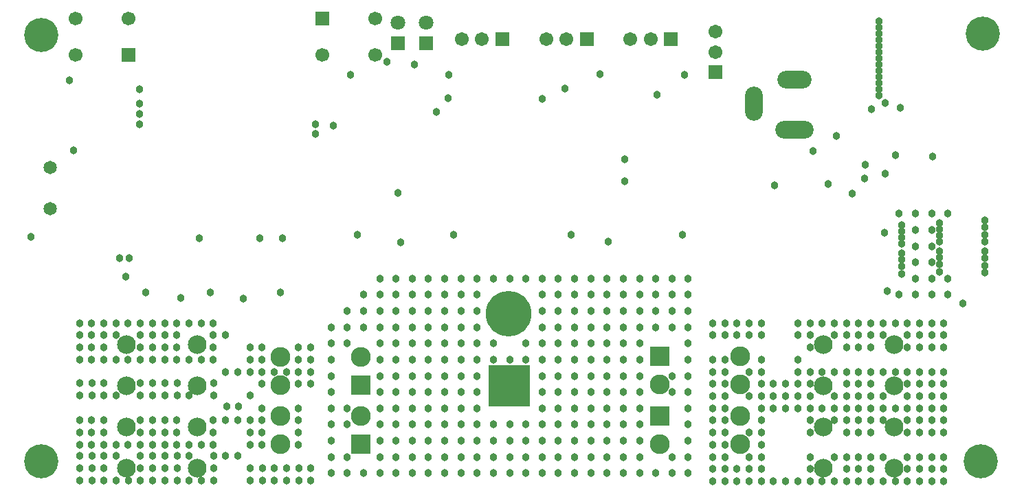
<source format=gbs>
G04*
G04 #@! TF.GenerationSoftware,Altium Limited,Altium Designer,25.8.1 (18)*
G04*
G04 Layer_Color=16711935*
%FSLAX25Y25*%
%MOIN*%
G70*
G04*
G04 #@! TF.SameCoordinates,84D38476-EC8B-4E85-A8E5-E5852804B053*
G04*
G04*
G04 #@! TF.FilePolarity,Negative*
G04*
G01*
G75*
%ADD86C,0.09068*%
%ADD87R,0.06737X0.06737*%
%ADD88C,0.06698*%
%ADD89R,0.06698X0.06698*%
%ADD90C,0.22123*%
%ADD91R,0.06737X0.06737*%
%ADD92O,0.16548X0.08674*%
%ADD93O,0.08674X0.16548*%
%ADD94C,0.09646*%
%ADD95R,0.09646X0.09646*%
%ADD96R,0.07119X0.07119*%
%ADD97O,0.18517X0.08674*%
%ADD98R,0.20154X0.20154*%
%ADD99C,0.07119*%
%ADD100C,0.06737*%
%ADD101C,0.06509*%
%ADD102C,0.03800*%
%ADD103C,0.16548*%
D86*
X426205Y49382D02*
D03*
X391953D02*
D03*
X426205Y9382D02*
D03*
X391953D02*
D03*
Y29382D02*
D03*
X426205D02*
D03*
Y69382D02*
D03*
X391953D02*
D03*
X88205Y9382D02*
D03*
Y49382D02*
D03*
X53953D02*
D03*
Y9382D02*
D03*
X88205Y29382D02*
D03*
X53953D02*
D03*
X88205Y69382D02*
D03*
X53953D02*
D03*
D87*
X277205Y217882D02*
D03*
X236205D02*
D03*
X318048Y217815D02*
D03*
D88*
X29410Y227741D02*
D03*
X55000D02*
D03*
X174500D02*
D03*
X29410Y210024D02*
D03*
X174500D02*
D03*
X148910D02*
D03*
D89*
Y227741D02*
D03*
X55000Y210024D02*
D03*
D90*
X239205Y84382D02*
D03*
D91*
X339662Y201571D02*
D03*
D92*
X377890Y198193D02*
D03*
D93*
X358205Y186382D02*
D03*
D94*
X351733Y63575D02*
D03*
Y50190D02*
D03*
X128650Y49882D02*
D03*
Y63268D02*
D03*
X128677Y34575D02*
D03*
Y21190D02*
D03*
X167733Y34575D02*
D03*
X312678Y50190D02*
D03*
X167705Y63268D02*
D03*
X312678Y21190D02*
D03*
X351733D02*
D03*
Y34575D02*
D03*
D95*
X167733Y21190D02*
D03*
X312678Y63575D02*
D03*
X167705Y49882D02*
D03*
X312678Y34575D02*
D03*
D96*
X185705Y215882D02*
D03*
X199205D02*
D03*
D97*
X377890Y173784D02*
D03*
D98*
X239705Y49382D02*
D03*
D99*
X199205Y225882D02*
D03*
X185705D02*
D03*
D100*
X257520Y217882D02*
D03*
X267363D02*
D03*
X339662Y221256D02*
D03*
Y211414D02*
D03*
X216520Y217882D02*
D03*
X226363D02*
D03*
X308205Y217815D02*
D03*
X298363D02*
D03*
D101*
X17020Y135540D02*
D03*
Y155225D02*
D03*
D102*
X450418Y79808D02*
D03*
Y73902D02*
D03*
Y67997D02*
D03*
Y38469D02*
D03*
Y32563D02*
D03*
Y26658D02*
D03*
X444512Y79808D02*
D03*
Y73902D02*
D03*
Y67997D02*
D03*
Y38469D02*
D03*
Y32563D02*
D03*
Y26658D02*
D03*
X438607Y79808D02*
D03*
Y73902D02*
D03*
Y67997D02*
D03*
Y38469D02*
D03*
Y32563D02*
D03*
Y26658D02*
D03*
X432701Y79808D02*
D03*
Y73902D02*
D03*
Y67997D02*
D03*
Y38469D02*
D03*
Y32563D02*
D03*
Y26658D02*
D03*
X426795Y79808D02*
D03*
Y38469D02*
D03*
X420890Y79808D02*
D03*
Y73902D02*
D03*
Y38469D02*
D03*
Y32563D02*
D03*
X414985Y79808D02*
D03*
Y73902D02*
D03*
Y67997D02*
D03*
Y38469D02*
D03*
Y32563D02*
D03*
Y26658D02*
D03*
X409079Y79808D02*
D03*
Y73902D02*
D03*
Y67997D02*
D03*
Y38469D02*
D03*
Y32563D02*
D03*
Y26658D02*
D03*
X403173Y79808D02*
D03*
Y73902D02*
D03*
Y67997D02*
D03*
Y38469D02*
D03*
Y32563D02*
D03*
Y26658D02*
D03*
X397268Y79808D02*
D03*
Y73902D02*
D03*
Y38469D02*
D03*
Y32563D02*
D03*
X391362Y79808D02*
D03*
Y38469D02*
D03*
X385457Y79808D02*
D03*
Y73902D02*
D03*
Y67997D02*
D03*
Y38469D02*
D03*
Y32563D02*
D03*
Y26658D02*
D03*
X379551Y79808D02*
D03*
Y73902D02*
D03*
Y38469D02*
D03*
X373646D02*
D03*
X367740D02*
D03*
X361835Y79808D02*
D03*
Y73902D02*
D03*
X355929Y79808D02*
D03*
Y73902D02*
D03*
X350024Y79808D02*
D03*
Y73902D02*
D03*
X344118Y79808D02*
D03*
Y73902D02*
D03*
X338213Y79808D02*
D03*
Y73902D02*
D03*
X450418Y56185D02*
D03*
Y50280D02*
D03*
Y44374D02*
D03*
X444512Y56185D02*
D03*
Y50280D02*
D03*
Y44374D02*
D03*
X438607Y56185D02*
D03*
Y50280D02*
D03*
Y44374D02*
D03*
X432701Y56185D02*
D03*
Y50280D02*
D03*
Y44374D02*
D03*
X426795Y56185D02*
D03*
X420890D02*
D03*
Y44374D02*
D03*
X414985Y56185D02*
D03*
Y50280D02*
D03*
Y44374D02*
D03*
X409079Y56185D02*
D03*
Y50280D02*
D03*
Y44374D02*
D03*
X403173Y56185D02*
D03*
Y50280D02*
D03*
Y44374D02*
D03*
X397268Y56185D02*
D03*
Y44374D02*
D03*
X391362Y56185D02*
D03*
X385457D02*
D03*
Y50280D02*
D03*
Y44374D02*
D03*
X379551Y62091D02*
D03*
Y56185D02*
D03*
Y50280D02*
D03*
Y44374D02*
D03*
X373646Y50280D02*
D03*
Y44374D02*
D03*
X367740Y50280D02*
D03*
Y44374D02*
D03*
X361835Y62091D02*
D03*
Y56185D02*
D03*
Y50280D02*
D03*
Y44374D02*
D03*
X355929Y56185D02*
D03*
Y44374D02*
D03*
X344118Y62091D02*
D03*
Y56185D02*
D03*
Y50280D02*
D03*
Y44374D02*
D03*
X338213Y62091D02*
D03*
Y56185D02*
D03*
Y50280D02*
D03*
Y44374D02*
D03*
X108405Y39500D02*
D03*
X102500D02*
D03*
X107970Y15218D02*
D03*
X102065D02*
D03*
X143403Y9313D02*
D03*
Y3407D02*
D03*
X137498Y9313D02*
D03*
Y3407D02*
D03*
X131592Y9313D02*
D03*
Y3407D02*
D03*
X125687Y9313D02*
D03*
Y3407D02*
D03*
X119781Y9313D02*
D03*
Y3407D02*
D03*
X113876Y44745D02*
D03*
Y9313D02*
D03*
Y3407D02*
D03*
X96159Y50651D02*
D03*
Y44745D02*
D03*
Y15218D02*
D03*
Y9313D02*
D03*
Y3407D02*
D03*
X90254D02*
D03*
X84348Y44745D02*
D03*
Y15218D02*
D03*
Y3407D02*
D03*
X78443Y50651D02*
D03*
Y44745D02*
D03*
Y15218D02*
D03*
Y9313D02*
D03*
Y3407D02*
D03*
X72537Y50651D02*
D03*
Y44745D02*
D03*
Y15218D02*
D03*
Y9313D02*
D03*
Y3407D02*
D03*
X66632Y50651D02*
D03*
Y44745D02*
D03*
Y15218D02*
D03*
Y9313D02*
D03*
Y3407D02*
D03*
X60726Y50651D02*
D03*
Y44745D02*
D03*
Y15218D02*
D03*
Y9313D02*
D03*
Y3407D02*
D03*
X54821D02*
D03*
X48915Y44745D02*
D03*
Y15218D02*
D03*
Y3407D02*
D03*
X43009Y50651D02*
D03*
Y44745D02*
D03*
Y15218D02*
D03*
Y9313D02*
D03*
Y3407D02*
D03*
X37104Y50651D02*
D03*
Y44745D02*
D03*
Y15218D02*
D03*
Y9313D02*
D03*
Y3407D02*
D03*
X31198Y50651D02*
D03*
Y44745D02*
D03*
Y15218D02*
D03*
Y9313D02*
D03*
Y3407D02*
D03*
X326402Y101461D02*
D03*
Y93587D02*
D03*
Y85713D02*
D03*
Y77839D02*
D03*
X318528Y101461D02*
D03*
Y93587D02*
D03*
Y85713D02*
D03*
Y77839D02*
D03*
X310654Y101461D02*
D03*
Y93587D02*
D03*
Y85713D02*
D03*
Y77839D02*
D03*
X302780Y101461D02*
D03*
Y93587D02*
D03*
Y85713D02*
D03*
Y77839D02*
D03*
X294906Y101461D02*
D03*
Y93587D02*
D03*
Y85713D02*
D03*
Y77839D02*
D03*
X287032Y101461D02*
D03*
Y93587D02*
D03*
Y85713D02*
D03*
Y77839D02*
D03*
X279158Y101461D02*
D03*
Y93587D02*
D03*
Y85713D02*
D03*
Y77839D02*
D03*
X271284Y101461D02*
D03*
Y93587D02*
D03*
Y85713D02*
D03*
Y77839D02*
D03*
X263410Y101461D02*
D03*
Y93587D02*
D03*
Y85713D02*
D03*
Y77839D02*
D03*
X255536Y101461D02*
D03*
Y93587D02*
D03*
Y85713D02*
D03*
Y77839D02*
D03*
X247662Y101461D02*
D03*
X239788D02*
D03*
X231914D02*
D03*
X224040D02*
D03*
Y93587D02*
D03*
Y85713D02*
D03*
Y77839D02*
D03*
X216166Y101461D02*
D03*
Y93587D02*
D03*
Y85713D02*
D03*
Y77839D02*
D03*
X208292Y101461D02*
D03*
Y93587D02*
D03*
Y85713D02*
D03*
Y77839D02*
D03*
X200418Y101461D02*
D03*
Y93587D02*
D03*
Y85713D02*
D03*
Y77839D02*
D03*
X192544Y101461D02*
D03*
Y93587D02*
D03*
Y85713D02*
D03*
Y77839D02*
D03*
X184670Y101461D02*
D03*
Y93587D02*
D03*
Y85713D02*
D03*
Y77839D02*
D03*
X176796Y101461D02*
D03*
Y93587D02*
D03*
Y85713D02*
D03*
Y77839D02*
D03*
X168922Y93587D02*
D03*
Y85713D02*
D03*
Y77839D02*
D03*
X161048Y85713D02*
D03*
Y77839D02*
D03*
X153174D02*
D03*
X470422Y107855D02*
D03*
Y104355D02*
D03*
Y114855D02*
D03*
Y111355D02*
D03*
Y119355D02*
D03*
Y129855D02*
D03*
Y122855D02*
D03*
Y126355D02*
D03*
X421922Y186855D02*
D03*
X418922Y193355D02*
D03*
Y190355D02*
D03*
Y226355D02*
D03*
Y223355D02*
D03*
X415422Y183855D02*
D03*
X412135Y156641D02*
D03*
X421922Y152355D02*
D03*
X405806Y142669D02*
D03*
X412000Y150000D02*
D03*
X418922Y214355D02*
D03*
Y211355D02*
D03*
Y217355D02*
D03*
Y208355D02*
D03*
Y205355D02*
D03*
Y202355D02*
D03*
Y199355D02*
D03*
Y196355D02*
D03*
Y220355D02*
D03*
X459705Y89382D02*
D03*
X450418Y14847D02*
D03*
Y8941D02*
D03*
Y3036D02*
D03*
X444512Y14847D02*
D03*
Y8941D02*
D03*
Y3036D02*
D03*
X438607Y14847D02*
D03*
Y8941D02*
D03*
Y3036D02*
D03*
X432701Y14847D02*
D03*
Y8941D02*
D03*
Y3036D02*
D03*
X426795D02*
D03*
X420890Y14847D02*
D03*
Y3036D02*
D03*
X414985Y14847D02*
D03*
Y8941D02*
D03*
Y3036D02*
D03*
X409079Y14847D02*
D03*
Y8941D02*
D03*
Y3036D02*
D03*
X403173Y14847D02*
D03*
Y8941D02*
D03*
Y3036D02*
D03*
X397268Y14847D02*
D03*
Y3036D02*
D03*
X391362D02*
D03*
X385457Y14847D02*
D03*
Y8941D02*
D03*
Y3036D02*
D03*
X379551D02*
D03*
X373646D02*
D03*
X367740D02*
D03*
X361835Y38469D02*
D03*
Y32563D02*
D03*
Y26658D02*
D03*
Y20752D02*
D03*
Y14847D02*
D03*
Y8941D02*
D03*
Y3036D02*
D03*
X355929Y26658D02*
D03*
Y14847D02*
D03*
Y8941D02*
D03*
Y3036D02*
D03*
X350024Y8941D02*
D03*
Y3036D02*
D03*
X344118Y38469D02*
D03*
Y32563D02*
D03*
Y26658D02*
D03*
Y20752D02*
D03*
Y14847D02*
D03*
Y8941D02*
D03*
Y3036D02*
D03*
X338213Y38469D02*
D03*
Y32563D02*
D03*
Y26658D02*
D03*
Y20752D02*
D03*
Y14847D02*
D03*
Y8941D02*
D03*
Y3036D02*
D03*
X143331Y67997D02*
D03*
Y62091D02*
D03*
Y56185D02*
D03*
Y50280D02*
D03*
X137425Y67997D02*
D03*
Y62091D02*
D03*
Y56185D02*
D03*
Y50280D02*
D03*
X131520Y56185D02*
D03*
X125615D02*
D03*
X119709Y67997D02*
D03*
Y62091D02*
D03*
Y56185D02*
D03*
Y50280D02*
D03*
X113804Y67997D02*
D03*
Y62091D02*
D03*
Y56185D02*
D03*
X107898D02*
D03*
X101992Y73902D02*
D03*
Y56185D02*
D03*
X96087Y79808D02*
D03*
Y73902D02*
D03*
Y67997D02*
D03*
Y62091D02*
D03*
X90181Y79808D02*
D03*
Y62091D02*
D03*
X84276Y79808D02*
D03*
Y62091D02*
D03*
X78370Y79808D02*
D03*
Y73902D02*
D03*
Y67997D02*
D03*
Y62091D02*
D03*
X72465Y79808D02*
D03*
Y73902D02*
D03*
Y67997D02*
D03*
Y62091D02*
D03*
X66559Y79808D02*
D03*
Y73902D02*
D03*
Y67997D02*
D03*
Y62091D02*
D03*
X60654Y79808D02*
D03*
Y73902D02*
D03*
Y67997D02*
D03*
Y62091D02*
D03*
X54748Y79808D02*
D03*
Y62091D02*
D03*
X48843Y79808D02*
D03*
Y73902D02*
D03*
Y62091D02*
D03*
X42937Y79808D02*
D03*
Y73902D02*
D03*
Y67997D02*
D03*
Y62091D02*
D03*
X37032Y79808D02*
D03*
Y73902D02*
D03*
Y67997D02*
D03*
Y62091D02*
D03*
X31126Y79808D02*
D03*
Y73902D02*
D03*
Y67997D02*
D03*
Y62091D02*
D03*
X137425Y38469D02*
D03*
Y32563D02*
D03*
Y26658D02*
D03*
Y20752D02*
D03*
X119709Y38469D02*
D03*
Y32563D02*
D03*
Y26658D02*
D03*
Y20752D02*
D03*
X113804Y32563D02*
D03*
Y26658D02*
D03*
Y20752D02*
D03*
X107898Y32563D02*
D03*
X101992D02*
D03*
X96087D02*
D03*
Y26658D02*
D03*
Y20752D02*
D03*
X90181D02*
D03*
X84276D02*
D03*
X78370Y32563D02*
D03*
Y26658D02*
D03*
Y20752D02*
D03*
X72465Y32563D02*
D03*
Y26658D02*
D03*
Y20752D02*
D03*
X66559Y32563D02*
D03*
Y26658D02*
D03*
Y20752D02*
D03*
X60654Y32563D02*
D03*
Y26658D02*
D03*
Y20752D02*
D03*
X54748D02*
D03*
X48843D02*
D03*
X42937Y32563D02*
D03*
Y26658D02*
D03*
Y20752D02*
D03*
X37032Y32563D02*
D03*
Y26658D02*
D03*
Y20752D02*
D03*
X31126Y32563D02*
D03*
Y26658D02*
D03*
Y20752D02*
D03*
X452387Y132957D02*
D03*
Y101461D02*
D03*
Y93587D02*
D03*
X444513Y132957D02*
D03*
Y125083D02*
D03*
Y117209D02*
D03*
Y109335D02*
D03*
Y101461D02*
D03*
Y93587D02*
D03*
X436638Y132957D02*
D03*
Y125083D02*
D03*
Y117209D02*
D03*
Y109335D02*
D03*
Y101461D02*
D03*
Y93587D02*
D03*
X428764Y132957D02*
D03*
Y93587D02*
D03*
X326402Y69965D02*
D03*
Y62091D02*
D03*
Y54217D02*
D03*
Y46343D02*
D03*
Y38469D02*
D03*
Y30595D02*
D03*
Y22721D02*
D03*
Y14847D02*
D03*
Y6973D02*
D03*
X318528Y54217D02*
D03*
Y46343D02*
D03*
Y14847D02*
D03*
Y6973D02*
D03*
X310654D02*
D03*
X302780Y69965D02*
D03*
Y62091D02*
D03*
Y54217D02*
D03*
Y46343D02*
D03*
Y38469D02*
D03*
Y30595D02*
D03*
Y22721D02*
D03*
Y14847D02*
D03*
Y6973D02*
D03*
X294906Y69965D02*
D03*
Y62091D02*
D03*
Y54217D02*
D03*
Y46343D02*
D03*
Y38469D02*
D03*
Y30595D02*
D03*
Y22721D02*
D03*
Y14847D02*
D03*
Y6973D02*
D03*
X287032Y69965D02*
D03*
Y62091D02*
D03*
Y54217D02*
D03*
Y46343D02*
D03*
Y38469D02*
D03*
Y30595D02*
D03*
Y22721D02*
D03*
Y14847D02*
D03*
Y6973D02*
D03*
X279158Y69965D02*
D03*
Y62091D02*
D03*
Y54217D02*
D03*
Y46343D02*
D03*
Y38469D02*
D03*
Y30595D02*
D03*
Y22721D02*
D03*
Y14847D02*
D03*
Y6973D02*
D03*
X271284Y69965D02*
D03*
Y62091D02*
D03*
Y54217D02*
D03*
Y46343D02*
D03*
Y38469D02*
D03*
Y30595D02*
D03*
Y22721D02*
D03*
Y14847D02*
D03*
Y6973D02*
D03*
X263410Y69965D02*
D03*
Y62091D02*
D03*
Y54217D02*
D03*
Y46343D02*
D03*
Y38469D02*
D03*
Y30595D02*
D03*
Y22721D02*
D03*
Y14847D02*
D03*
Y6973D02*
D03*
X255536Y69965D02*
D03*
Y62091D02*
D03*
Y54217D02*
D03*
Y46343D02*
D03*
Y38469D02*
D03*
Y30595D02*
D03*
Y22721D02*
D03*
Y14847D02*
D03*
Y6973D02*
D03*
X247662Y69965D02*
D03*
Y62091D02*
D03*
Y30595D02*
D03*
Y22721D02*
D03*
Y14847D02*
D03*
Y6973D02*
D03*
X239788Y62091D02*
D03*
Y30595D02*
D03*
Y22721D02*
D03*
Y14847D02*
D03*
Y6973D02*
D03*
X231914Y69965D02*
D03*
Y62091D02*
D03*
Y30595D02*
D03*
Y22721D02*
D03*
Y14847D02*
D03*
Y6973D02*
D03*
X224040Y69965D02*
D03*
Y62091D02*
D03*
Y54217D02*
D03*
Y46343D02*
D03*
Y38469D02*
D03*
Y30595D02*
D03*
Y22721D02*
D03*
Y14847D02*
D03*
Y6973D02*
D03*
X216166Y69965D02*
D03*
Y62091D02*
D03*
Y54217D02*
D03*
Y46343D02*
D03*
Y38469D02*
D03*
Y30595D02*
D03*
Y22721D02*
D03*
Y14847D02*
D03*
Y6973D02*
D03*
X208292Y69965D02*
D03*
Y62091D02*
D03*
Y54217D02*
D03*
Y46343D02*
D03*
Y38469D02*
D03*
Y30595D02*
D03*
Y22721D02*
D03*
Y14847D02*
D03*
Y6973D02*
D03*
X200418Y69965D02*
D03*
Y62091D02*
D03*
Y54217D02*
D03*
Y46343D02*
D03*
Y38469D02*
D03*
Y30595D02*
D03*
Y22721D02*
D03*
Y14847D02*
D03*
Y6973D02*
D03*
X192544Y69965D02*
D03*
Y62091D02*
D03*
Y54217D02*
D03*
Y46343D02*
D03*
Y38469D02*
D03*
Y30595D02*
D03*
Y22721D02*
D03*
Y14847D02*
D03*
Y6973D02*
D03*
X184670Y69965D02*
D03*
Y62091D02*
D03*
Y54217D02*
D03*
Y46343D02*
D03*
Y38469D02*
D03*
Y30595D02*
D03*
Y22721D02*
D03*
Y14847D02*
D03*
Y6973D02*
D03*
X176796Y69965D02*
D03*
Y62091D02*
D03*
Y54217D02*
D03*
Y46343D02*
D03*
Y38469D02*
D03*
Y30595D02*
D03*
Y22721D02*
D03*
Y14847D02*
D03*
Y6973D02*
D03*
X168922D02*
D03*
X161048Y69965D02*
D03*
Y38469D02*
D03*
Y30595D02*
D03*
Y14847D02*
D03*
Y6973D02*
D03*
X153174Y69965D02*
D03*
Y62091D02*
D03*
Y54217D02*
D03*
Y46343D02*
D03*
Y38469D02*
D03*
Y30595D02*
D03*
Y22721D02*
D03*
Y14847D02*
D03*
Y6973D02*
D03*
X145705Y176382D02*
D03*
Y171882D02*
D03*
X180205Y206882D02*
D03*
X193705Y205382D02*
D03*
X210205Y200382D02*
D03*
X209796Y189018D02*
D03*
X324705Y200382D02*
D03*
X429422Y184355D02*
D03*
X394422Y147355D02*
D03*
X398422Y170855D02*
D03*
X368205Y146882D02*
D03*
X386922Y163355D02*
D03*
X422922Y95355D02*
D03*
X429922Y107355D02*
D03*
Y113855D02*
D03*
Y110855D02*
D03*
Y103855D02*
D03*
X448422Y114855D02*
D03*
Y125355D02*
D03*
Y122355D02*
D03*
Y119355D02*
D03*
Y128355D02*
D03*
X429922Y118355D02*
D03*
X421693Y123855D02*
D03*
X444922Y160855D02*
D03*
X429922Y121355D02*
D03*
X426922Y161355D02*
D03*
X429922Y127355D02*
D03*
Y124355D02*
D03*
X448422Y108355D02*
D03*
Y111855D02*
D03*
Y104855D02*
D03*
X283705Y200882D02*
D03*
X162705Y200382D02*
D03*
X60205Y181382D02*
D03*
X50705Y111382D02*
D03*
X60205Y193382D02*
D03*
X26205Y197882D02*
D03*
X7705Y121882D02*
D03*
X89174Y120964D02*
D03*
X118674D02*
D03*
X53705Y102382D02*
D03*
X63205Y94822D02*
D03*
X60205Y186382D02*
D03*
X186955Y119132D02*
D03*
X287705Y119382D02*
D03*
X94705Y94882D02*
D03*
X128705D02*
D03*
X60205Y176382D02*
D03*
X55205Y111382D02*
D03*
X80205Y92063D02*
D03*
X110705Y91882D02*
D03*
X165955Y122632D02*
D03*
X212455D02*
D03*
X28205Y163882D02*
D03*
X269705Y122882D02*
D03*
X323705D02*
D03*
X129674Y120964D02*
D03*
X204205Y182382D02*
D03*
X185455Y143132D02*
D03*
X311205Y190882D02*
D03*
X266705Y193882D02*
D03*
X295705Y148882D02*
D03*
Y159382D02*
D03*
X255705Y188882D02*
D03*
X154205Y175882D02*
D03*
D103*
X12705Y219882D02*
D03*
X469205Y220382D02*
D03*
X468205Y12882D02*
D03*
X12705D02*
D03*
M02*

</source>
